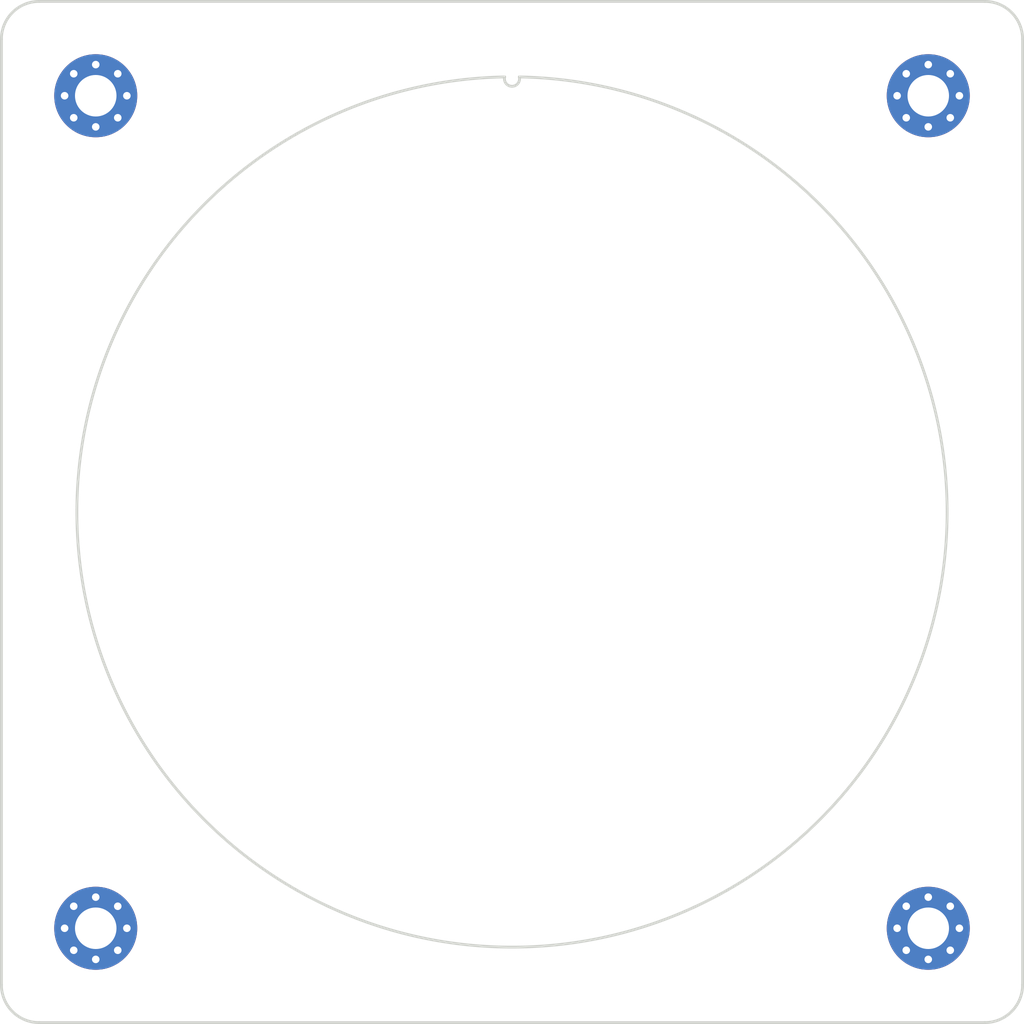
<source format=kicad_pcb>


(kicad_pcb (version 20171130) (host pcbnew 5.1.6)

  (page A3)
  (title_block
    (title "trackpad_holder")
    (rev "v1.0.0")
    (company "Unknown")
  )

  (general
    (thickness 1.6)
  )

  (layers
    (0 F.Cu signal)
    (31 B.Cu signal)
    (32 B.Adhes user)
    (33 F.Adhes user)
    (34 B.Paste user)
    (35 F.Paste user)
    (36 B.SilkS user)
    (37 F.SilkS user)
    (38 B.Mask user)
    (39 F.Mask user)
    (40 Dwgs.User user)
    (41 Cmts.User user)
    (42 Eco1.User user)
    (43 Eco2.User user)
    (44 Edge.Cuts user)
    (45 Margin user)
    (46 B.CrtYd user)
    (47 F.CrtYd user)
    (48 B.Fab user)
    (49 F.Fab user)
  )

  (setup
    (last_trace_width 0.25)
    (trace_clearance 0.2)
    (zone_clearance 0.508)
    (zone_45_only no)
    (trace_min 0.2)
    (via_size 0.8)
    (via_drill 0.4)
    (via_min_size 0.4)
    (via_min_drill 0.3)
    (uvia_size 0.3)
    (uvia_drill 0.1)
    (uvias_allowed no)
    (uvia_min_size 0.2)
    (uvia_min_drill 0.1)
    (edge_width 0.05)
    (segment_width 0.2)
    (pcb_text_width 0.3)
    (pcb_text_size 1.5 1.5)
    (mod_edge_width 0.12)
    (mod_text_size 1 1)
    (mod_text_width 0.15)
    (pad_size 1.524 1.524)
    (pad_drill 0.762)
    (pad_to_mask_clearance 0.05)
    (aux_axis_origin 0 0)
    (visible_elements FFFFFF7F)
    (pcbplotparams
      (layerselection 0x010fc_ffffffff)
      (usegerberextensions false)
      (usegerberattributes true)
      (usegerberadvancedattributes true)
      (creategerberjobfile true)
      (excludeedgelayer true)
      (linewidth 0.100000)
      (plotframeref false)
      (viasonmask false)
      (mode 1)
      (useauxorigin false)
      (hpglpennumber 1)
      (hpglpenspeed 20)
      (hpglpendiameter 15.000000)
      (psnegative false)
      (psa4output false)
      (plotreference true)
      (plotvalue true)
      (plotinvisibletext false)
      (padsonsilk false)
      (subtractmaskfromsilk false)
      (outputformat 1)
      (mirror false)
      (drillshape 1)
      (scaleselection 1)
      (outputdirectory ""))
  )

  (net 0 "")

  (net_class Default "This is the default net class."
    (clearance 0.2)
    (trace_width 0.25)
    (via_dia 0.8)
    (via_drill 0.4)
    (uvia_dia 0.3)
    (uvia_drill 0.1)
    (add_net "")
  )

  
    (module "MountingHole_2.2mm_M2_Pad_Via" (version 20210722) (generator pcbnew) (layer "F.Cu")
      (tedit 56DDB9C7)
      (at 227.4539034 93.2725473 0) 
    
      (fp_text reference "_1" (at 0 -3.2) (layer "F.SilkS") hide 
        (effects (font (size 1 1) (thickness 0.15)))
        (tstamp b68bb25c-687d-44b1-b966-dad4cac66b35)
      )
    
      (fp_circle (center 0 0) (end 2.45 0) (layer "F.CrtYd") (width 0.05) (fill none) (tstamp b2688462-c375-45d3-9095-3425fb17c88f))
      (pad "1" thru_hole circle locked (at 1.166726 1.166726) (size 0.7 0.7) (drill 0.4) (layers *.Cu *.Mask) (tstamp 2a7fc905-328f-4bbb-9222-ca8d15d03a86))
      (pad "1" thru_hole circle locked (at 0 0) (size 4.4 4.4) (drill 2.2) (layers *.Cu *.Mask) (tstamp 47ee1d53-0551-4b6d-bc24-3f3f14c73c36))
      (pad "1" thru_hole circle locked (at 0 1.65) (size 0.7 0.7) (drill 0.4) (layers *.Cu *.Mask) (tstamp 4eef65bc-4add-40d7-8319-14dcdbae0d44))
      (pad "1" thru_hole circle locked (at 1.166726 -1.166726) (size 0.7 0.7) (drill 0.4) (layers *.Cu *.Mask) (tstamp 56155f4d-2ebc-4ad4-8d82-7aa7846deba8))
      (pad "1" thru_hole circle locked (at -1.65 0) (size 0.7 0.7) (drill 0.4) (layers *.Cu *.Mask) (tstamp 787d6162-1d3c-4def-859e-6532ce27c1ef))
      (pad "1" thru_hole circle locked (at -1.166726 -1.166726) (size 0.7 0.7) (drill 0.4) (layers *.Cu *.Mask) (tstamp 8d699d12-7099-4814-bbe6-11bc74c6e8b2))
      (pad "1" thru_hole circle locked (at -1.166726 1.166726) (size 0.7 0.7) (drill 0.4) (layers *.Cu *.Mask) (tstamp 95ab0420-a56b-46ee-98ad-5072a1a93a6f))
      (pad "1" thru_hole circle locked (at 1.65 0) (size 0.7 0.7) (drill 0.4) (layers *.Cu *.Mask) (tstamp cde0acf2-b3b4-46de-9f6e-3ab519744000))
      (pad "1" thru_hole circle locked (at 0 -1.65) (size 0.7 0.7) (drill 0.4) (layers *.Cu *.Mask) (tstamp ff0de415-ae11-46fb-b780-c24aee621212))
    )

    (module "MountingHole_2.2mm_M2_Pad_Via" (version 20210722) (generator pcbnew) (layer "F.Cu")
      (tedit 56DDB9C7)
      (at 183.3239034 93.2725473 0) 
    
      (fp_text reference "_2" (at 0 -3.2) (layer "F.SilkS") hide 
        (effects (font (size 1 1) (thickness 0.15)))
        (tstamp b68bb25c-687d-44b1-b966-dad4cac66b35)
      )
    
      (fp_circle (center 0 0) (end 2.45 0) (layer "F.CrtYd") (width 0.05) (fill none) (tstamp b2688462-c375-45d3-9095-3425fb17c88f))
      (pad "1" thru_hole circle locked (at 1.166726 1.166726) (size 0.7 0.7) (drill 0.4) (layers *.Cu *.Mask) (tstamp 2a7fc905-328f-4bbb-9222-ca8d15d03a86))
      (pad "1" thru_hole circle locked (at 0 0) (size 4.4 4.4) (drill 2.2) (layers *.Cu *.Mask) (tstamp 47ee1d53-0551-4b6d-bc24-3f3f14c73c36))
      (pad "1" thru_hole circle locked (at 0 1.65) (size 0.7 0.7) (drill 0.4) (layers *.Cu *.Mask) (tstamp 4eef65bc-4add-40d7-8319-14dcdbae0d44))
      (pad "1" thru_hole circle locked (at 1.166726 -1.166726) (size 0.7 0.7) (drill 0.4) (layers *.Cu *.Mask) (tstamp 56155f4d-2ebc-4ad4-8d82-7aa7846deba8))
      (pad "1" thru_hole circle locked (at -1.65 0) (size 0.7 0.7) (drill 0.4) (layers *.Cu *.Mask) (tstamp 787d6162-1d3c-4def-859e-6532ce27c1ef))
      (pad "1" thru_hole circle locked (at -1.166726 -1.166726) (size 0.7 0.7) (drill 0.4) (layers *.Cu *.Mask) (tstamp 8d699d12-7099-4814-bbe6-11bc74c6e8b2))
      (pad "1" thru_hole circle locked (at -1.166726 1.166726) (size 0.7 0.7) (drill 0.4) (layers *.Cu *.Mask) (tstamp 95ab0420-a56b-46ee-98ad-5072a1a93a6f))
      (pad "1" thru_hole circle locked (at 1.65 0) (size 0.7 0.7) (drill 0.4) (layers *.Cu *.Mask) (tstamp cde0acf2-b3b4-46de-9f6e-3ab519744000))
      (pad "1" thru_hole circle locked (at 0 -1.65) (size 0.7 0.7) (drill 0.4) (layers *.Cu *.Mask) (tstamp ff0de415-ae11-46fb-b780-c24aee621212))
    )

    (module "MountingHole_2.2mm_M2_Pad_Via" (version 20210722) (generator pcbnew) (layer "F.Cu")
      (tedit 56DDB9C7)
      (at 227.4539034 137.4025473 0) 
    
      (fp_text reference "_3" (at 0 -3.2) (layer "F.SilkS") hide 
        (effects (font (size 1 1) (thickness 0.15)))
        (tstamp b68bb25c-687d-44b1-b966-dad4cac66b35)
      )
    
      (fp_circle (center 0 0) (end 2.45 0) (layer "F.CrtYd") (width 0.05) (fill none) (tstamp b2688462-c375-45d3-9095-3425fb17c88f))
      (pad "1" thru_hole circle locked (at 1.166726 1.166726) (size 0.7 0.7) (drill 0.4) (layers *.Cu *.Mask) (tstamp 2a7fc905-328f-4bbb-9222-ca8d15d03a86))
      (pad "1" thru_hole circle locked (at 0 0) (size 4.4 4.4) (drill 2.2) (layers *.Cu *.Mask) (tstamp 47ee1d53-0551-4b6d-bc24-3f3f14c73c36))
      (pad "1" thru_hole circle locked (at 0 1.65) (size 0.7 0.7) (drill 0.4) (layers *.Cu *.Mask) (tstamp 4eef65bc-4add-40d7-8319-14dcdbae0d44))
      (pad "1" thru_hole circle locked (at 1.166726 -1.166726) (size 0.7 0.7) (drill 0.4) (layers *.Cu *.Mask) (tstamp 56155f4d-2ebc-4ad4-8d82-7aa7846deba8))
      (pad "1" thru_hole circle locked (at -1.65 0) (size 0.7 0.7) (drill 0.4) (layers *.Cu *.Mask) (tstamp 787d6162-1d3c-4def-859e-6532ce27c1ef))
      (pad "1" thru_hole circle locked (at -1.166726 -1.166726) (size 0.7 0.7) (drill 0.4) (layers *.Cu *.Mask) (tstamp 8d699d12-7099-4814-bbe6-11bc74c6e8b2))
      (pad "1" thru_hole circle locked (at -1.166726 1.166726) (size 0.7 0.7) (drill 0.4) (layers *.Cu *.Mask) (tstamp 95ab0420-a56b-46ee-98ad-5072a1a93a6f))
      (pad "1" thru_hole circle locked (at 1.65 0) (size 0.7 0.7) (drill 0.4) (layers *.Cu *.Mask) (tstamp cde0acf2-b3b4-46de-9f6e-3ab519744000))
      (pad "1" thru_hole circle locked (at 0 -1.65) (size 0.7 0.7) (drill 0.4) (layers *.Cu *.Mask) (tstamp ff0de415-ae11-46fb-b780-c24aee621212))
    )

    (module "MountingHole_2.2mm_M2_Pad_Via" (version 20210722) (generator pcbnew) (layer "F.Cu")
      (tedit 56DDB9C7)
      (at 183.3239034 137.4025473 0) 
    
      (fp_text reference "_4" (at 0 -3.2) (layer "F.SilkS") hide 
        (effects (font (size 1 1) (thickness 0.15)))
        (tstamp b68bb25c-687d-44b1-b966-dad4cac66b35)
      )
    
      (fp_circle (center 0 0) (end 2.45 0) (layer "F.CrtYd") (width 0.05) (fill none) (tstamp b2688462-c375-45d3-9095-3425fb17c88f))
      (pad "1" thru_hole circle locked (at 1.166726 1.166726) (size 0.7 0.7) (drill 0.4) (layers *.Cu *.Mask) (tstamp 2a7fc905-328f-4bbb-9222-ca8d15d03a86))
      (pad "1" thru_hole circle locked (at 0 0) (size 4.4 4.4) (drill 2.2) (layers *.Cu *.Mask) (tstamp 47ee1d53-0551-4b6d-bc24-3f3f14c73c36))
      (pad "1" thru_hole circle locked (at 0 1.65) (size 0.7 0.7) (drill 0.4) (layers *.Cu *.Mask) (tstamp 4eef65bc-4add-40d7-8319-14dcdbae0d44))
      (pad "1" thru_hole circle locked (at 1.166726 -1.166726) (size 0.7 0.7) (drill 0.4) (layers *.Cu *.Mask) (tstamp 56155f4d-2ebc-4ad4-8d82-7aa7846deba8))
      (pad "1" thru_hole circle locked (at -1.65 0) (size 0.7 0.7) (drill 0.4) (layers *.Cu *.Mask) (tstamp 787d6162-1d3c-4def-859e-6532ce27c1ef))
      (pad "1" thru_hole circle locked (at -1.166726 -1.166726) (size 0.7 0.7) (drill 0.4) (layers *.Cu *.Mask) (tstamp 8d699d12-7099-4814-bbe6-11bc74c6e8b2))
      (pad "1" thru_hole circle locked (at -1.166726 1.166726) (size 0.7 0.7) (drill 0.4) (layers *.Cu *.Mask) (tstamp 95ab0420-a56b-46ee-98ad-5072a1a93a6f))
      (pad "1" thru_hole circle locked (at 1.65 0) (size 0.7 0.7) (drill 0.4) (layers *.Cu *.Mask) (tstamp cde0acf2-b3b4-46de-9f6e-3ab519744000))
      (pad "1" thru_hole circle locked (at 0 -1.65) (size 0.7 0.7) (drill 0.4) (layers *.Cu *.Mask) (tstamp ff0de415-ae11-46fb-b780-c24aee621212))
    )
  (gr_line (start 180.3239034 142.4025473) (end 230.4539034 142.4025473) (angle 90) (layer Edge.Cuts) (width 0.15))
(gr_arc (start 230.4539034 140.4025473) (end 230.4539034 142.4025473) (angle -90) (layer Edge.Cuts) (width 0.15))
(gr_line (start 232.4539034 140.4025473) (end 232.4539034 90.27254730000001) (angle 90) (layer Edge.Cuts) (width 0.15))
(gr_arc (start 230.4539034 90.27254730000001) (end 232.4539034 90.27254730000001) (angle -90) (layer Edge.Cuts) (width 0.15))
(gr_line (start 230.4539034 88.27254730000001) (end 180.3239034 88.27254730000001) (angle 90) (layer Edge.Cuts) (width 0.15))
(gr_arc (start 180.3239034 90.27254730000001) (end 180.3239034 88.27254730000001) (angle -90) (layer Edge.Cuts) (width 0.15))
(gr_line (start 178.3239034 90.27254730000001) (end 178.3239034 140.4025473) (angle 90) (layer Edge.Cuts) (width 0.15))
(gr_arc (start 180.3239034 140.4025473) (end 178.3239034 140.4025473) (angle -90) (layer Edge.Cuts) (width 0.15))
(gr_arc (start 205.3889034 115.3375473) (end 205.0007765 92.2758131) (angle -358.0716164847654) (layer Edge.Cuts) (width 0.15))
(gr_arc (start 205.3889034 92.3725473) (end 205.0007765 92.2758131) (angle -207.9897971867049) (layer Edge.Cuts) (width 0.15))

)


</source>
